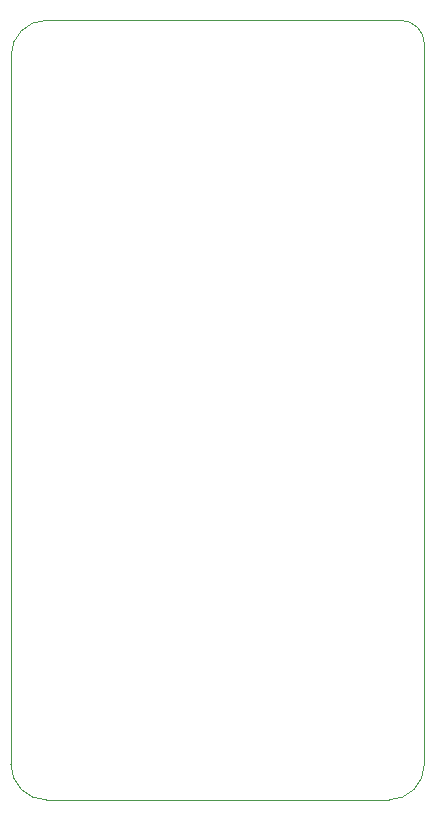
<source format=gm1>
%TF.GenerationSoftware,KiCad,Pcbnew,(5.1.6)-1*%
%TF.CreationDate,2020-06-14T06:25:32-07:00*%
%TF.ProjectId,pcb,7063622e-6b69-4636-9164-5f7063625858,rev?*%
%TF.SameCoordinates,Original*%
%TF.FileFunction,Profile,NP*%
%FSLAX46Y46*%
G04 Gerber Fmt 4.6, Leading zero omitted, Abs format (unit mm)*
G04 Created by KiCad (PCBNEW (5.1.6)-1) date 2020-06-14 06:25:32*
%MOMM*%
%LPD*%
G01*
G04 APERTURE LIST*
%TA.AperFunction,Profile*%
%ADD10C,0.100000*%
%TD*%
G04 APERTURE END LIST*
D10*
X135000000Y-70000000D02*
X135000000Y-71000000D01*
X133000000Y-68000000D02*
G75*
G02*
X135000000Y-70000000I0J-2000000D01*
G01*
X132000000Y-68000000D02*
X133000000Y-68000000D01*
X100000000Y-71000000D02*
G75*
G02*
X103000000Y-68000000I3000000J0D01*
G01*
X100000000Y-131000000D02*
X100000000Y-71000000D01*
X104000000Y-134000000D02*
X103000000Y-134000000D01*
X132000000Y-134000000D02*
X131000000Y-134000000D01*
X135000000Y-131000000D02*
X135000000Y-130000000D01*
X135000000Y-131000000D02*
G75*
G02*
X132000000Y-134000000I-3000000J0D01*
G01*
X103000000Y-134000000D02*
G75*
G02*
X100000000Y-131000000I0J3000000D01*
G01*
X132000000Y-68000000D02*
X103000000Y-68000000D01*
X135000000Y-72000000D02*
X135000000Y-71000000D01*
X135000000Y-130000000D02*
X135000000Y-72000000D01*
X104000000Y-134000000D02*
X131000000Y-134000000D01*
M02*

</source>
